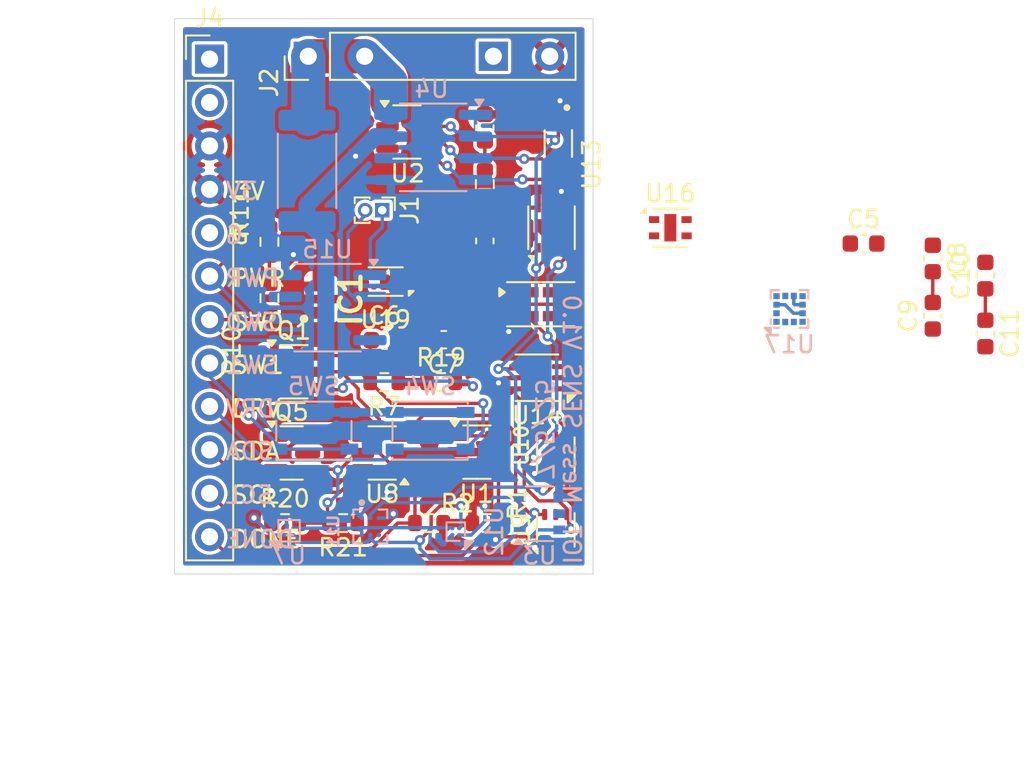
<source format=kicad_pcb>
(kicad_pcb (version 20241229) (generator "pcbnew") (generator_version "9.0")
  (layers (0 "F.Cu" signal) (2 "B.Cu" signal) (13 "F.Paste" user) (15 "B.Paste" user) (5 "F.SilkS" user "F.Silkscreen") (7 "B.SilkS" user "B.Silkscreen") (1 "F.Mask" user) (3 "B.Mask" user) (25 "Edge.Cuts" user))
  (net 0 "")
  (net 1 "GND")
  (net 2 "+3.3V")
  (net 3 "EN")
  (net 4 "ADDR")
  (net 5 "SCL_0")
  (net 6 "SDA_0")
  (net 7 "Va")
  (net 8 "DONE")
  (net 9 "LSW1")
  (net 10 "LSW0")
  (net 12 "Vb")
  (net 13 "PWR")
  (net 16 "Net-(U6-LDR)")
  (net 18 "Net-(Q5-G)")
  (net 19 "Net-(U1-DRV)")
  (net 20 "Net-(U8-A)")
  (net 24 "Net-(U13-DVI)")
  (net 27 "R_DELAY")
  (net 31 "Net-(U17-C1)")
  (net 32 "Net-(U17-Vdd_IO)")
  (net 38 "Net-(J1-Pin_1)")
  (net 39 "Net-(J1-Pin_2)")
  (footprint "Package_TO_SOT_SMD:SOT-23-8" (layer "F.Cu") (at 92.3425 69.225)
    (property "Reference" "U2")
    (property "Value" "INA219AxDCN")
  )
  (footprint "OptoDevice:Lite-On_LTR-303ALS-01" (layer "F.Cu") (at 101.05 92.500001 90)
    (property "Reference" "U9")
    (property "Value" "LTR-303ALS-01")
  )
  (footprint "Connector_PinHeader_2.54mm:PinHeader_1x12_P2.54mm_Vertical" (layer "F.Cu") (at 80.8 64.96)
    (property "Reference" "J4")
    (property "Value" "Conn_01x12_Pin")
  )
  (footprint "Resistor_SMD:R_0603_1608Metric" (layer "F.Cu") (at 93.637501 92.099999 180)
    (property "Reference" "R2")
    (property "Value" "R")
  )
  (footprint "Package_TO_SOT_SMD:SOT-23-6" (layer "F.Cu") (at 85.733504 83.250001)
    (property "Reference" "Q1")
    (property "Value" "NM8205 PFETs")
  )
  (footprint "IOT-Mess-Footprints:DFN-4L" (layer "F.Cu") (at 91.1 77.7 180)
    (property "Reference" "U19")
    (property "Value" "MTS4")
  )
  (footprint "Resistor_SMD:R_0603_1608Metric" (layer "F.Cu") (at 97.002497 92.100002)
    (property "Reference" "R1")
    (property "Value" "R")
  )
  (footprint "Resistor_SMD:R_0603_1608Metric" (layer "F.Cu") (at 96.899998 72.275001 90)
    (property "Reference" "R9" (hide yes))
    (property "Value" "5K")
  )
  (footprint "IOT-Mess-Footprints:TP_Charger" (layer "F.Cu") (at 86.5725 64.7975 90)
    (property "Reference" "J2")
    (property "Value" "TP_4056")
  )
  (footprint "Capacitor_SMD:C_0603_1608Metric" (layer "F.Cu") (at 91.04 81.4)
    (property "Reference" "C6")
    (property "Value" "0.1u")
  )
  (footprint "Capacitor_SMD:C_0603_1608Metric" (layer "F.Cu") (at 123.1 79.975 90)
    (property "Reference" "C9")
    (property "Value" "10u")
  )
  (footprint "Sensor:Avago_APDS-9960" (layer "F.Cu") (at 100.172157 79.3)
    (property "Reference" "U6" (hide yes))
    (property "Value" "APDS-9960")
  )
  (footprint "Capacitor_SMD:C_0603_1608Metric" (layer "F.Cu") (at 126.175 77.625 90)
    (property "Reference" "C10")
    (property "Value" ".1u")
  )
  (footprint "Package_TO_SOT_SMD:SOT-23" (layer "F.Cu") (at 85.6 88.000001)
    (property "Reference" "Q5")
    (property "Value" "AO3401A")
  )
  (footprint "Sensor_Humidity:Sensirion_DFN-8-1EP_2.5x2.5mm_P0.5mm_EP1.1x1.7mm" (layer "F.Cu") (at 100.8 74.825 90)
    (property "Reference" "U5" (hide yes))
    (property "Value" "SHT31-DIS")
  )
  (footprint "Resistor_SMD:R_0603_1608Metric" (layer "F.Cu") (at 84.3 78.95 90)
    (property "Reference" "R10")
    (property "Value" "10K")
  )
  (footprint "Package_TO_SOT_SMD:SOT-23-6" (layer "F.Cu") (at 90.9 88.000001 180)
    (property "Reference" "U8")
    (property "Value" "AND_Gate")
  )
  (footprint "Capacitor_SMD:C_0603_1608Metric" (layer "F.Cu") (at 123.1 76.625 -90)
    (property "Reference" "C8")
    (property "Value" ".22u")
  )
  (footprint "Capacitor_SMD:C_0603_1608Metric" (layer "F.Cu") (at 96.9 75.6 -90)
    (property "Reference" "C4" (hide yes))
    (property "Value" "1u")
  )
  (footprint "Package_DFN_QFN:AMS_QFN-4-1EP_2x2mm_P0.95mm_EP0.7x1.6mm" (layer "F.Cu") (at 107.75 74.825)
    (property "Reference" "U16")
    (property "Value" "ENS210")
  )
  (footprint "Resistor_SMD:R_0603_1608Metric" (layer "F.Cu") (at 94.343503 83.852496)
    (property "Reference" "R19")
    (property "Value" "R")
  )
  (footprint "OTP300x:SON65P200X200X65-7N" (layer "F.Cu") (at 101.05 88.095 90)
    (property "Reference" "U10")
    (property "Value" "OPT3001DNPR")
  )
  (footprint "Capacitor_SMD:C_0603_1608Metric" (layer "F.Cu") (at 96.9 68.975001 90)
    (property "Reference" "C3" (hide yes))
    (property "Value" "0.1u")
  )
  (footprint "Capacitor_SMD:C_0603_1608Metric" (layer "F.Cu") (at 94.5 81.375 180)
    (property "Reference" "C7")
    (property "Value" "0.1u")
  )
  (footprint "Resistor_SMD:R_0603_1608Metric" (layer "F.Cu") (at 84.3 75.65 90)
    (property "Reference" "R11")
    (property "Value" "10K")
  )
  (footprint "Package_TO_SOT_SMD:SOT-23-6" (layer "F.Cu") (at 96.437501 87.95)
    (property "Reference" "U1")
    (property "Value" "TPL5110")
  )
  (footprint "Capacitor_SMD:C_0603_1608Metric" (layer "F.Cu") (at 119.051992 75.751992)
    (property "Reference" "C5")
    (property "Value" "2.2uF")
  )
  (footprint "Resistor_SMD:R_0603_1608Metric" (layer "F.Cu") (at 85.212501 92.100002)
    (property "Reference" "R20")
    (property "Value" "R")
  )
  (footprint "Connector_PinHeader_1.00mm:PinHeader_1x02_P1.00mm_Vertical" (layer "F.Cu") (at 90.9 73.8 -90)
    (property "Reference" "J1")
    (property "Value" "Conn_01x02_Pin")
  )
  (footprint "Capacitor_SMD:C_0603_1608Metric" (layer "F.Cu") (at 126.175 81.01 -90)
    (property "Reference" "C11")
    (property "Value" ".1u")
  )
  (footprint "BH1750FVI-TR:XDCR_BH1750FVI-TR" (layer "F.Cu") (at 101.2 69.9 -90)
    (property "Reference" "U13")
    (property "Value" "BH1750FVI-TR")
  )
  (footprint "Resistor_SMD:R_0603_1608Metric" (layer "F.Cu") (at 91.018503 83.852496 180)
    (property "Reference" "R7")
    (property "Value" "R")
  )
  (footprint "Resistor_SMD:R_0603_1608Metric" (layer "F.Cu") (at 88.612501 92.100002 180)
    (property "Reference" "R21")
    (property "Value" "R")
  )
  (footprint "SHT40xx:SON80P150X150X59-5N" (layer "F.Cu") (at 87.45 79 90)
    (property "Reference" "IC1")
    (property "Value" "SHT40I-AD1F-R2" (hide yes))
  )
  (footprint "Package_DFN_QFN:TDFN-6-1EP_2.5x2.5mm_P0.65mm_EP1.3x2mm" (layer "F.Cu") (at 99.95 83.6 180)
    (property "Reference" "U14")
    (property "Value" "T117W")
  )
  (footprint "Package_SO:SOIC-8_3.9x4.9mm_P1.27mm" (layer "B.Cu") (at 93.88 70.125 180)
    (property "Reference" "U4")
    (property "Value" "INA219AxD")
  )
  (footprint "Button_Switch_SMD:SW_SPST_PTS810" (layer "B.Cu") (at 86.9 86.7 180)
    (property "Reference" "SW5")
    (property "Value" "SW_Push")
  )
  (footprint "Button_Switch_SMD:SW_SPST_PTS810" (layer "B.Cu") (at 93.7 86.7 180)
    (property "Reference" "SW4")
    (property "Value" "SW_Push")
  )
  (footprint "HDC2010:BGA6C100X50P2X3_HDC2010YPAR" (layer "B.Cu") (at 90.2 92.3 -90)
    (property "Reference" "U11")
    (property "Value" "HDC2010/DSBGA-6")
  )
  (footprint "Package_SO:SOIC-8_3.9x4.9mm_P1.27mm" (layer "B.Cu") (at 87.7 79.5 180)
    (property "Reference" "U15")
    (property "Value" "DS1307Z+")
  )
  (footprint "Package_SO:TSOP-6_1.65x3.05mm_P0.95mm" (layer "B.Cu") (at 100.1 91.55)
    (property "Reference" "U3")
    (property "Value" "TLV493D")
  )
  (footprint "Package_BGA:WLP-4_0.86x0.86mm_P0.4mm" (layer "B.Cu") (at 95.2 92.6 90)
    (property "Reference" "U12")
    (property "Value" "MMC5633NJL/WLP-4")
  )
  (footprint "Resistor_SMD:R_2512_6332Metric" (layer "B.Cu") (at 86.5 71.5 90)
    (property "Reference" "R4" (hide yes))
    (property "Value" "0.1R")
  )
  (footprint "IOT-Mess-Footprints:WLCSP-4_0.8x0.8mm_Layout2x2_P0.4mm" (layer "B.Cu") (at 85.45 92.55)
    (property "Reference" "U7")
    (property "Value" "QMC6309/WLCSP-4")
  )
  (footprint "Package_LGA:LGA-12_2x2mm_P0.5mm" (layer "B.Cu") (at 114.7225 79.5775)
    (property "Reference" "U17")
    (property "Value" "LIS2MDL")
  )
  (gr_rect (start 78.75 62.6) (end 103.23 95.08) (stroke (width 0.05)) (fill no) (layer "Edge.Cuts"))
  (gr_text "DONE" (at 82 93.047892 0) (layer "F.SilkS") (effects (font (size 1 1)) (justify left)))
  (gr_text "SDA" (at 81.99 87.897892 0) (layer "F.SilkS") (effects (font (size 1 1)) (justify left)))
  (gr_text "SCL" (at 81.989999 90.447892 0) (layer "F.SilkS") (effects (font (size 1 1)) (justify left)))
  (gr_text "SW1" (at 82 82.857892 0) (layer "F.SilkS") (effects (font (size 1 1)) (justify left)))
  (gr_text "DRV" (at 82 85.407892 0) (layer "F.SilkS") (effects (font (size 1 1)) (justify left)))
  (gr_text "SW0" (at 82 80.347892 0) (layer "F.SilkS") (effects (font (size 1 1)) (justify left)))
  (gr_text "3V" (at 82.123446 72.686857 0) (layer "F.SilkS") (effects (font (size 1 1)) (justify left)))
  (gr_text "PWR" (at 81.999999 77.767892 0) (layer "F.SilkS") (effects (font (size 1 1)) (justify left)))
  (gr_text "G" (at 82 75.267891 0) (layer "F.SilkS") (effects (font (size 1 1)) (justify left)))
  (gr_text "3V" (at 81.67 72.69 0) (layer "B.SilkS") (effects (font (size 1 1)) (justify right mirror)))
  (gr_text "DONE" (at 81.64 93.05 0) (layer "B.SilkS") (effects (font (size 1 1)) (justify right mirror)))
  (gr_text "DRV" (at 81.64 85.41 0) (layer "B.SilkS") (effects (font (size 1 1)) (justify right mirror)))
  (gr_text "PWR" (at 81.64 77.77 0) (layer "B.SilkS") (effects (font (size 1 1)) (justify right mirror)))
  (gr_text "G" (at 81.64 75.27 0) (layer "B.SilkS") (effects (font (size 1 1)) (justify right mirror)))
  (gr_text "IOT-Mess SENS V1.0\n7/5/25" (at 101.170023 86.624242 270) (layer "B.SilkS") (effects (font (size 1 1)) (justify mirror)))
  (gr_text "SW0" (at 81.64 80.35 0) (layer "B.SilkS") (effects (font (size 1 1)) (justify right mirror)))
  (gr_text "SDA" (at 81.65 87.9 0) (layer "B.SilkS") (effects (font (size 1 1)) (justify right mirror)))
  (gr_text "SCL" (at 81.65 90.45 0) (layer "B.SilkS") (effects (font (size 1 1)) (justify right mirror)))
  (gr_text "SW1" (at 81.64 82.86 0) (layer "B.SilkS") (effects (font (size 1 1)) (justify right mirror)))
  (segment (start 123.1 77.4) (end 123.1 79.2) (width 0.2) (layer "F.Cu") (net 1))
  (segment (start 94.462502 92.100001) (end 96.177497 92.100002) (width 0.2) (layer "F.Cu") (net 1))
  (segment (start 91.815 81.4) (end 93.7 81.4) (width 0.2) (layer "F.Cu") (net 1))
  (segment (start 93.518503 83.852496) (end 91.843503 83.852496) (width 0.2) (layer "F.Cu") (net 1))
  (segment (start 80.9 72.69) (end 81.111 72.901) (width 1) (layer "F.Cu") (net 1))
  (segment (start 93.7 81.4) (end 93.725 81.375) (width 0.2) (layer "F.Cu") (net 1))
  (via (at 96.9 91.1) (size 0.6) (drill 0.3) (layers "F.Cu" "B.Cu") (net 1))
  (via (at 91.544911 91.556925) (size 0.6) (drill 0.3) (layers "F.Cu" "B.Cu") (net 1))
  (via (at 83.4 91.8) (size 0.6) (drill 0.3) (layers "F.Cu" "B.Cu") (net 1))
  (segment (start 91.544911 91.556925) (end 91.301836 91.8) (width 0.2) (layer "B.Cu") (net 1))
  (segment (start 114.9725 79.2795) (end 115.0205 79.3275) (width 0.2) (layer "B.Cu") (net 1))
  (segment (start 115.0205 79.3275) (end 115.485 79.3275) (width 0.2) (layer "B.Cu") (net 1))
  (segment (start 96.1 92.8) (end 95.4 92.8) (width 0.2) (layer "B.Cu") (net 1))
  (segment (start 114.9725 78.815) (end 114.9725 79.2795) (width 0.2) (layer "B.Cu") (net 1))
  (segment (start 96.9 91.1) (end 97.4 90.6) (width 0.2) (layer "B.Cu") (net 1))
  (segment (start 85.3 92.8) (end 84.4 92.8) (width 0.2) (layer "B.Cu") (net 1))
  (segment (start 84.4 92.8) (end 83.4 91.8) (width 0.2) (layer "B.Cu") (net 1))
  (segment (start 97.4 90.6) (end 98.94 90.6) (width 0.2) (layer "B.Cu") (net 1))
  (segment (start 91.301836 91.8) (end 90.7 91.8) (width 0.2) (layer "B.Cu") (net 1))
  (segment (start 98.94 90.6) (end 98.94 91.55) (width 0.2) (layer "B.Cu") (net 1))
  (segment (start 96.9 92) (end 96.9 91.1) (width 0.2) (layer "B.Cu") (net 1))
  (segment (start 96.1 92.8) (end 96.9 92) (width 0.2) (layer "B.Cu") (net 1))
  (segment (start 98.717157 80.482843) (end 98.3 80.9) (width 0.2) (layer "F.Cu") (net 2))
  (segment (start 98.917157 79.3) (end 98.717157 79.499999) (width 0.2) (layer "F.Cu") (net 2))
  (segment (start 98 83.6) (end 97.7 83.9) (width 0.2) (layer "F.Cu") (net 2))
  (segment (start 99.805564 89.2) (end 99.915564 89.09) (width 0.2) (layer "F.Cu") (net 2))
  (segment (start 101.550001 73.65) (end 101.550001 72.874) (width 0.2) (layer "F.Cu") (net 2))
  (segment (start 101.7 67.8) (end 101.3 67.4) (width 0.2) (layer "F.Cu") (net 2))
  (segment (start 96.899998 73.100001) (end 96.899998 74.824998) (width 0.2) (layer "F.Cu") (net 2))
  (segment (start 101.627158 80) (end 101.627157 79.708) (width 0.2) (layer "F.Cu") (net 2))
  (segment (start 99.824265 93.524265) (end 99.948528 93.400002) (width 0.2) (layer "F.Cu") (net 2))
  (segment (start 96.899998 74.824998) (end 96.9 74.825) (width 0.2) (layer "F.Cu") (net 2))
  (segment (start 97.69147 92.9) (end 99.899998 92.9) (width 0.2) (layer "F.Cu") (net 2))
  (segment (start 85.7 76.4) (end 85.7 76.725) (width 0.2) (layer "F.Cu") (net 2))
  (segment (start 101.550001 72.874) (end 101.376001 72.7) (width 0.2) (layer "F.Cu") (net 2))
  (segment (start 98.717157 79.499999) (end 98.717157 80) (width 0.2) (layer "F.Cu") (net 2))
  (segment (start 99.948528 93.400002) (end 100.4 93.400002) (width 0.2) (layer "F.Cu") (net 2))
  (segment (start 101.627157 79.708) (end 101.219157 79.3) (width 0.2) (layer "F.Cu") (net 2))
  (segment (start 101.219157 79.3) (end 98.917157 79.3) (width 0.2) (layer "F.Cu") (net 2))
  (segment (start 126.175 78.3) (end 126.175 80.235) (width 0.2) (layer "F.Cu") (net 2))
  (segment (start 101.7 68.525) (end 101.7 67.8) (width 0.2) (layer "F.Cu") (net 2))
  (segment (start 98.700001 83.6) (end 98 83.6) (width 0.2) (layer "F.Cu") (net 2))
  (segment (start 99.915564 89.09) (end 100.4 89.09) (width 0.2) (layer "F.Cu") (net 2))
  (segment (start 99.899998 92.9) (end 100.4 93.400002) (width 0.2) (layer "F.Cu") (net 2))
  (segment (start 98.717157 80) (end 98.717157 80.482843) (width 0.2) (layer "F.Cu") (net 2))
  (segment (start 84.3 78.125) (end 84.3 76.475) (width 0.2) (layer "F.Cu") (net 2))
  (segment (start 97.523608 93.067862) (end 97.69147 92.9) (width 0.2) (layer "F.Cu") (net 2))
  (segment (start 85.7 76.725) (end 84.3 78.125) (width 0.2) (layer "F.Cu") (net 2))
  (via (at 91.174265 90.274265) (size 0.6) (drill 0.3) (layers "F.Cu" "B.Cu") (net 2))
  (via (at 97.523608 93.067862) (size 0.6) (drill 0.3) (layers "F.Cu" "B.Cu") (net 2))
  (via (at 85.7 76.4) (size 0.6) (drill 0.3) (layers "F.Cu" "B.Cu") (net 2))
  (via (at 98.3 80.9) (size 0.6) (drill 0.3) (layers "F.Cu" "B.Cu") (net 2))
  (via (at 97.7 83.9) (size 0.6) (drill 0.3) (layers "F.Cu" "B.Cu") (net 2))
  (via (at 101.3 67.4) (size 0.6) (drill 0.3) (layers "F.Cu" "B.Cu") (net 2))
  (via (at 101.376001 72.7) (size 0.6) (drill 0.3) (layers "F.Cu" "B.Cu") (net 2))
  (via (at 99.824265 93.524265) (size 0.6) (drill 0.3) (layers "F.Cu" "B.Cu") (net 2))
  (via (at 84.4 90.2) (size 0.6) (drill 0.3) (layers "F.Cu" "B.Cu") (net 2))
  (via (at 99.805564 89.2) (size 0.6) (drill 0.3) (layers "F.Cu" "B.Cu") (net 2))
  (segment (start 100.8 89.2) (end 101.26 89.66) (width 0.2) (layer "B.Cu") (net 2))
  (segment (start 84.4 90.2) (end 84.438623 90.2) (width 0.2) (layer "B.Cu") (net 2))
  (segment (start 101.26 89.66) (end 101.26 90.6) (width 0.2) (layer "B.Cu") (net 2))
  (segment (start 89.7 91.549054) (end 90.974789 90.274265) (width 0.2) (layer "B.Cu") (net 2))
  (segment (start 99.805564 89.2) (end 100.8 89.2) (width 0.2) (layer "B.Cu") (net 2))
  (segment (start 114.4534 79.3275) (end 114.9534 79.8275) (width 0.2) (layer "B.Cu") (net 2))
  (segment (start 95.2 93.3) (end 97.4 93.3) (width 0.2) (layer "B.Cu") (net 2))
  (segment (start 95 92.8) (end 95 93.1) (width 0.2) (layer "B.Cu") (net 2))
  (segment (start 90.974789 90.274265) (end 91.174265 90.274265) (width 0.2) (layer "B.Cu") (net 2))
  (segment (start 97.4 93.3) (end 97.523608 93.176392) (width 0.2) (layer "B.Cu") (net 2))
  (segment (start 89.7 91.8) (end 89.7 91.549054) (width 0.2) (layer "B.Cu") (net 2))
  (segment (start 85.3 91.061377) (end 85.3 92.4) (width 0.2) (layer "B.Cu") (net 2))
  (segment (start 84.438623 90.2) (end 85.3 91.061377) (width 0.2) (layer "B.Cu") (net 2))
  (segment (start 114.9534 79.8275) (end 115.485 79.8275) (width 0.2) (layer "B.Cu") (net 2))
  (segment (start 113.96 79.3275) (end 114.4534 79.3275) (width 0.2) (layer "B.Cu") (net 2))
  (segment (start 95 93.1) (end 95.2 93.3) (width 0.2) (layer "B.Cu") (net 2))
  (segment (start 97.523608 93.176392) (end 97.523608 93.067862) (width 0.2) (layer "B.Cu") (net 2))
  (segment (start 84.387501 92.100002) (end 84.387501 91.407501) (width 0.2) (layer "F.Cu") (net 3))
  (segment (start 84.387501 92.100002) (end 84.793749 92.100002) (width 0.2) (layer "F.Cu") (net 3))
  (segment (start 84.793749 92.100002) (end 86.593751 90.3) (width 0.2) (layer "F.Cu") (net 3))
  (segment (start 86.593751 90.3) (end 88.4125 90.3) (width 0.2) (layer "F.Cu") (net 3))
  (segment (start 84.387501 91.407501) (end 80.8 87.82) (width 0.2) (layer "F.Cu") (net 3))
  (segment (start 88.4125 90.3) (end 89.7625 88.95) (width 0.2) (layer "F.Cu") (net 3))
  (segment (start 80.8 88.052) (end 80.8 87.82) (width 0.2) (layer "B.Cu") (net 3))
  (segment (start 93.48 68.25) (end 93.48 68.9) (width 0.2) (layer "F.Cu") (net 4))
  (segment (start 101.05 89.75) (end 101.05 89.09) (width 0.2) (layer "F.Cu") (net 4))
  (segment (start 100.55 76.55) (end 100.55 76) (width 0.2) (layer "F.Cu") (net 4))
  (segment (start 101.2 69.5) (end 101.2 68.525) (width 0.2) (layer "F.Cu") (net 4))
  (segment (start 100.3 90.2) (end 100.6 90.2) (width 0.2) (layer "F.Cu") (net 4))
  (segment (start 97.7 83.080385) (end 98.569615 83.080385) (width 0.2) (layer "F.Cu") (net 4))
  (segment (start 101 69.7) (end 101.2 69.5) (width 0.2) (layer "F.Cu") (net 4))
  (segment (start 100.6 90.2) (end 101.05 89.75) (width 0.2) (layer "F.Cu") (net 4))
  (segment (start 94.9 68.9) (end 93.48 68.9) (width 0.2) (layer "F.Cu") (net 4))
  (segment (start 99.9 77.2) (end 100.55 76.55) (width 0.2) (layer "F.Cu") (net 4))
  (segment (start 98.569615 83.080385) (end 98.7 82.95) (width 0.2) (layer "F.Cu") (net 4))
  (via (at 100.3 90.2) (size 0.6) (drill 0.3) (layers "F.Cu" "B.Cu") (net 4))
  (via (at 97.7 83.080385) (size 0.6) (drill 0.3) (layers "F.Cu" "B.Cu") (net 4))
  (via (at 99.9 77.2) (size 0.6) (drill 0.3) (layers "F.Cu" "B.Cu") (net 4))
  (via (at 101 69.7) (size 0.6) (drill 0.3) (layers "F.Cu" "B.Cu") (net 4))
  (via (at 94.9 68.9) (size 0.6) (drill 0.3) (layers "F.Cu" "B.Cu") (net 4))
  (segment (start 96.09 69.225) (end 96.355 69.49) (width 0.2) (layer "B.Cu") (net 4))
  (segment (start 98.130328 83.080385) (end 98.701 83.651057) (width 0.2) (layer "B.Cu") (net 4))
  (segment (start 95.6 90) (end 94.7 90.9) (width 0.2) (layer "B.Cu") (net 4))
  (segment (start 94.9 68.9) (end 95.225 69.225) (width 0.2) (layer "B.Cu") (net 4))
  (segment (start 96.355 68.22) (end 96.355 69.49) (width 0.2) (layer "B.Cu") (net 4))
  (segment (start 99.9 70.8) (end 101 69.7) (width 0.2) (layer "B.Cu") (net 4))
  (segment (start 100.79 69.49) (end 101 69.7) (width 0.2) (layer "B.Cu") (net 4))
  (segment (start 100.3 90.2) (end 99.955621 90.2) (width 0.2) (layer "B.Cu") (net 4))
  (segment (start 90.2 91.616154) (end 90.2 91.800001) (width 0.2) (layer "B.Cu") (net 4))
  (segment (start 97.7 83.080385) (end 99.9 80.880385) (width 0.2) (layer "B.Cu") (net 4))
  (segment (start 90.916154 90.9) (end 90.2 91.616154) (width 0.2) (layer "B.Cu") (net 4))
  (segment (start 100.3 90.2) (end 100.1 90) (width 0.2) (layer "B.Cu") (net 4))
  (segment (start 99.9 80.880385) (end 99.9 77.2) (width 0.2) (layer "B.Cu") (net 4))
  (segment (start 97.7 83.080385) (end 98.130328 83.080385) (width 0.2) (layer "B.Cu") (net 4))
  (segment (start 99.9 77.2) (end 99.9 70.8) (width 0.2) (layer "B.Cu") (net 4))
  (segment (start 100.1 90) (end 95.6 90) (width 0.2) (layer "B.Cu") (net 4))
  (segment (start 94.7 90.9) (end 90.916154 90.9) (width 0.2) (layer "B.Cu") (net 4))
  (segment (start 95.225 69.225) (end 96.09 69.225) (width 0.2) (layer "B.Cu") (net 4))
  (segment (start 98.701 88.945379) (end 98.701 83.651057) (width 0.2) (layer "B.Cu") (net 4))
  (segment (start 96.355 69.49) (end 100.79 69.49) (width 0.2) (layer "B.Cu") (net 4))
  (segment (start 99.955621 90.2) (end 98.701 88.945379) (width 0.2) (layer "B.Cu") (net 4))
  (segment (start 101.550001 76.649999) (end 101.550001 76) (width 0.2) (layer "F.Cu") (net 5))
  (segment (start 101.976001 75.574) (end 101.976001 71.551001) (width 0.2) (layer "F.Cu") (net 5))
  (segment (start 101.8 92.1) (end 101.8 91.7) (width 0.2) (layer "F.Cu") (net 5))
  (segment (start 101.933404 92.433404) (end 101.933404 92.233404) (width 0.2) (layer "F.Cu") (net 5))
  (segment (start 100.051057 90.801) (end 99.204564 89.954507) (width 0.2) (layer "F.Cu") (net 5))
  (segment (start 101.8 91.7) (end 101.7 91.6) (width 0.2) (layer "F.Cu") (net 5))
  (segment (start 99.1 72) (end 101.3 72) (width 0.2) (layer "F.Cu") (net 5))
  (segment (start 83.635 74.825) (end 84.3 74.825) (width 0.2) (layer "F.Cu") (net 5))
  (segment (start 101.225999 90.801) (end 100.051057 90.801) (width 0.2) (layer "F.Cu") (net 5))
  (segment (start 99.204564 89.954507) (end 99.204564 88.794022) (width 0.2) (layer "F.Cu") (net 5))
  (segment (start 94.273436 91.1) (end 95.5 91.1) (width 0.2) (layer "F.Cu") (net 5))
  (segment (start 100.571157 81.176) (end 99.687157 80.292) (width 0.2) (layer "F.Cu") (net 5))
  (segment (start 101.7 91.6) (end 101.7 91.275001) (width 0.2) (layer "F.Cu") (net 5))
  (segment (start 101.3 72) (end 101.7 71.6) (width 0.2) (layer "F.Cu") (net 5))
  (segment (start 101.1 86) (end 101.1 84.35) (width 0.2) (layer "F.Cu") (net 5))
  (segment (start 99.687157 80.292) (end 99.687157 80) (width 0.2) (layer "F.Cu") (net 5))
  (segment (start 101.7 87.1) (end 101.7 86.6) (width 0.2) (layer "F.Cu") (net 5))
  (segment (start 93.761501 92.438499) (end 93.761501 91.611935) (width 0.2) (layer "F.Cu") (net 5))
  (segment (start 101.550001 76) (end 101.976001 75.574) (width 0.2) (layer "F.Cu") (net 5))
  (segment (start 101.7 71.6) (end 101.7 71.275) (width 0.2) (layer "F.Cu") (net 5))
  (segment (start 101.7 91.275001) (end 101.225999 90.801) (width 0.2) (layer "F.Cu") (net 5))
  (segment (start 101.7 86.6) (end 101.1 86) (width 0.2) (layer "F.Cu") (net 5))
  (segment (start 93.761501 91.611935) (end 94.273436 91.1) (width 0.2) (layer "F.Cu") (net 5))
  (segment (start 99.204564 88.794022) (end 99.749293 88.249293) (width 0.2) (layer "F.Cu") (net 5))
  (segment (start 101.976001 71.551001) (end 101.7 71.275) (width 0.2) (layer "F.Cu") (net 5))
  (segment (start 101.2 77) (end 101.550001 76.649999) (width 0.2) (layer "F.Cu") (net 5))
  (segment (start 94.7 71.2) (end 94.48 71.2) (width 0.2) (layer "F.Cu") (net 5))
  (segment (start 80.8 77.66) (end 83.635 74.825) (width 0.2) (layer "F.Cu") (net 5))
  (segment (start 94.48 71.2) (end 93.48 70.2) (width 0.2) (layer "F.Cu") (net 5))
  (segment (start 101.933404 92.233404) (end 101.8 92.1) (width 0.2) (layer "F.Cu") (net 5))
  (segment (start 93.1 93.1) (end 93.761501 92.438499) (width 0.2) (layer "F.Cu") (net 5))
  (via (at 101.1 86) (size 0.6) (drill 0.3) (layers "F.Cu" "B.Cu") (net 5))
  (via (at 101.933404 92.433404) (size 0.6) (drill 0.3) (layers "F.Cu" "B.Cu") (net 5))
  (via (at 99.749293 88.249293) (size 0.6) (drill 0.3) (layers "F.Cu" "B.Cu") (net 5))
  (via (at 99.1 72) (size 0.6) (drill 0.3) (layers "F.Cu" "B.Cu") (net 5))
  (via (at 100.571157 81.176) (size 0.6) (drill 0.3) (layers "F.Cu" "B.Cu") (net 5))
  (via (at 94.7 71.2) (size 0.6) (drill 0.3) (layers "F.Cu" "B.Cu") (net 5))
  (via (at 95.5 91.1) (size 0.6) (drill 0.3) (layers "F.Cu" "B.Cu") (net 5))
  (via (at 101.2 77) (size 0.6) (drill 0.3) (layers "F.Cu" "B.Cu") (net 5))
  (via (at 93.1 93.1) (size 0.6) (drill 0.3) (layers "F.Cu" "B.Cu") (net 5))
  (segment (start 101.933404 92.433404) (end 101.866809 92.5) (width 0.2) (layer "B.Cu") (net 5))
  (segment (start 96.25 71.925) (end 96.355 72.03) (width 0.2) (layer "B.Cu") (net 5))
  (segment (start 95.425 71.925) (end 96.25 71.925) (width 0.2) (layer "B.Cu") (net 5))
  (segment (start 92.969 93.231) (end 93.1 93.1) (width 0.2) (layer "B.Cu") (net 5))
  (segment (start 86.131 93.231) (end 89.952846 93.231) (width 0.2) (layer "B.Cu") (net 5))
  (segment (start 90.721473 93.231) (end 90.447154 93.231) (width 0.2) (layer "B.Cu") (net 5))
  (segment (start 99.749293 87.950707) (end 99.749293 88.249293) (width 0.2) (layer "B.Cu") (net 5))
  (segment (start 100 92.5) (end 98.321 94.179) (width 0.2) (layer "B.Cu") (net 5))
  (segment (start 89.952846 93.231) (end 90.2 92.983846) (width 0.2) (layer "B.Cu") (net 5))
  (segment (start 99.07 72.03) (end 99.1 72) (width 0.2) (layer "B.Cu") (net 5))
  (segment (start 96.355 72.03) (end 99.07 72.03) (width 0.2) (layer "B.Cu") (net 5))
  (segment (start 90.447154 93.231) (end 90.2 92.983846) (width 0.2) (layer "B.Cu") (net 5))
  (segment (start 100.571157 77.628843) (end 101.2 77) (width 0.2) (layer "B.Cu") (net 5))
  (segment (start 101.1 86.6) (end 99.749293 87.950707) (width 0.2) (layer "B.Cu") (net 5))
  (segment (start 101.26 92.5) (end 100 92.5) (width 0.2) (layer "B.Cu") (net 5))
  (segment (start 101.1 86) (end 101.1 86.6) (width 0.2) (layer "B.Cu") (net 5))
  (segment (start 90.2 92.983846) (end 90.2 92.799999) (width 0.2) (layer "B.Cu") (net 5))
  (segment (start 101.1 81.704843) (end 100.571157 81.176) (width 0.2) (layer "B.Cu") (net 5))
  (segment (start 101.1 86) (end 101.1 81.704843) (width 0.2) (layer "B.Cu") (net 5))
  (segment (start 100.571157 81.176) (end 100.571157 77.628843) (width 0.2) (layer "B.Cu") (net 5))
  (segment (start 85.7 92.8) (end 86.131 93.231) (width 0.2) (layer "B.Cu") (net 5))
  (segment (start 101.866809 92.5) (end 101.26 92.5) (width 0.2) (layer "B.Cu") (net 5))
  (segment (start 93.1 93.6) (end 93.1 93.1) (width 0.2) (layer "B.Cu") (net 5))
  (segment (start 93.679 94.179) (end 93.1 93.6) (width 0.2) (layer "B.Cu") (net 5))
  (segment (start 94.7 71.2) (end 95.425 71.925) (width 0.2) (layer "B.Cu") (net 5))
  (segment (start 95.5 91.1) (end 95.5 92.3) (width 0.2) (layer "B.Cu") (net 5))
  (segment (start 80.8 77.66) (end 83.275 80.135) (width 0.2) (layer "B.Cu") (net 5))
  (segment (start 98.321 94.179) (end 93.679 94.179) (width 0.2) (layer "B.Cu") (net 5))
  (segment (start 90.721473 93.231) (end 92.969 93.231) (width 0.2) (layer "B.Cu") (net 5))
  (segment (start 83.275 80.135) (end 85.225 80.135) (width 0.2) (layer "B.Cu") (net 5))
  (segment (start 95.5 92.3) (end 95.4 92.4) (width 0.2) (layer "B.Cu") (net 5))
  (segment (start 100.225 70.8) (end 100.7 71.275) (width 0.2) (layer "F.Cu") (net 6))
  (segment (start 80.8 80.2) (end 83.875 80.2) (width 0.2) (layer "F.Cu") (net 6))
  (segment (start 99.8 91.5) (end 99.9 91.6) (width 0.2) (layer "F.Cu") (net 6))
  (segment (start 98.7 90.709998) (end 98.7 88.450057) (width 0.2) (layer "F.Cu") (net 6))
  (segment (start 98.7 78.6) (end 98.717157 78.6) (width 0.2) (layer "F.Cu") (net 6))
  (segment (start 97.1 84.149943) (end 97.1 80.2) (width 0.2) (layer "F.Cu") (net 6))
  (segment (start 99.8 91.5) (end 99.490002 91.5) (width 0.2) (layer "F.Cu") (net 6))
  (segment (start 98.7 88.450057) (end 100.050057 87.1) (width 0.2) (layer "F.Cu") (net 6))
  (segment (start 98.717157 78.6) (end 98.717157 77.332842) (width 0.2) (layer "F.Cu") (net 6))
  (segment (start 100.4 85.3) (end 99.398 85.3) (width 0.2) (layer "F.Cu") (net 6))
  (segment (start 98.7 84.602) (end 98.7 84.25) (width 0.2) (layer "F.Cu") (net 6))
  (segment (start 99.490002 91.5) (end 98.7 90.709998) (width 0.2) (layer "F.Cu") (net 6))
  (segment (start 98.7 84.25) (end 98.449 84.501) (width 0.2) (layer "F.Cu") (net 6))
  (segment (start 97.451057 84.501) (end 97.1 84.149943) (width 0.2) (layer "F.Cu") (net 6))
  (segment (start 100.050057 87.1) (end 100.4 87.1) (width 0.2) (layer "F.Cu") (net 6))
  (segment (start 97.1 80.2) (end 98.7 78.6) (width 0.2) (layer "F.Cu") (net 6))
  (segment (start 99.2 70.8) (end 100.225 70.8) (width 0.2) (layer "F.Cu") (net 6))
  (segment (start 98.717157 77.332842) (end 100.049999 76) (width 0.2) (layer "F.Cu") (net 6))
  (segment (start 94.142499 69.55) (end 93.48 69.55) (width 0.2) (layer "F.Cu") (net 6))
  (segment (start 94.88 70.287501) (end 94.142499 69.55) (width 0.2) (layer "F.Cu") (net 6))
  (segment (start 99.398 85.3) (end 98.7 84.602) (width 0.2) (layer "F.Cu") (net 6))
  (segment (start 99.9 91.6) (end 100.4 91.6) (width 0.2) (layer "F.Cu") (net 6))
  (segment (start 100.4 87.1) (end 100.4 85.3) (width 0.2) (layer "F.Cu") (net 6))
  (segment (start 83.875 80.2) (end 84.3 79.775) (width 0.2) (layer "F.Cu") (net 6))
  (segment (start 98.449 84.501) (end 97.451057 84.501) (width 0.2) (layer "F.Cu") (net 6))
  (via (at 99.2 70.8) (size 0.6) (drill 0.3) (layers "F.Cu" "B.Cu") (net 6))
  (via (at 99.8 91.5) (size 0.6) (drill 0.3) (layers "F.Cu" "B.Cu") (net 6))
  (via (at 94.88 70.287501) (size 0.6) (drill 0.3) (layers "F.Cu" "B.Cu") (net 6))
  (segment (start 94.228057 93.778) (end 93.701 93.250943) (width 0.2) (layer "B.Cu") (net 6))
  (segment (start 95 92.4) (end 94.968999 92.368999) (width 0.2) (layer "B.Cu") (net 6))
  (segment (start 94 92.368999) (end 93.6 92.368999) (width 0.2) (layer "B.Cu") (net 6))
  (segment (start 93.701 92.469999) (end 93.6 92.368999) (width 0.2) (layer "B.Cu") (net 6))
  (segment (start 99.16 70.76) (end 99.2 70.8) (width 0.2) (layer "B.Cu") (net 6))
  (segment (start 89.531001 92.368999) (end 89.5 92.4) (width 0.2) (layer "B.Cu") (net 6))
  (segment (start 95.317499 70.725) (end 96.32 70.725) (width 0.2) (layer "B.Cu") (net 6))
  (segment (start 98.94 92.5) (end 99.035 92.5) (width 0.2) (layer "B.Cu") (net 6))
  (segment (start 97.662 93.778) (end 94.228057 93.778) (width 0.2) (layer "B.Cu") (net 6))
  (segment (start 94.968999 92.368999) (end 94 92.368999) (width 0.2) (layer "B.Cu") (net 6))
  (segment (start 99.8 91.735) (end 99.8 91.5) (width 0.2) (layer "B.Cu") (net 6))
  (segment (start 89.5 92.4) (end 89.7 92.6) (width 0.2) (layer "B.Cu") (net 6))
  (segment (start 94.88 70.287501) (end 95.317499 70.725) (width 0.2) (layer "B.Cu") (net 6))
  (segment (start 96.32 70.725) (end 96.355 70.76) (width 0.2) (layer "B.Cu") (net 6))
  (segment (start 93.701 93.250943) (end 93.701 92.469999) (width 0.2) (layer "B.Cu") (net 6))
  (segment (start 93.6 92.368999) (end 89.531001 92.368999) (width 0.2) (layer "B.Cu") (net 6))
  (segment (start 99.035 92.5) (end 99.8 91.735) (width 0.2) (layer "B.Cu") (net 6))
  (segment (start 80.8 80.2) (end 82.005 81.405) (width 0.2) (layer "B.Cu") (net 6))
  (segment (start 89.5 92.4) (end 85.7 92.4) (width 0.2) (layer "B.Cu") (net 6))
  (segment (start 98.94 92.5) (end 97.662 93.778) (width 0.2) (layer "B.Cu") (net 6))
  (segment (start 96.355 70.76) (end 99.16 70.76) (width 0.2) (layer "B.Cu") (net 6))
  (segment (start 82.005 81.405) (end 85.225 81.405) (width 0.2) (layer "B.Cu") (net 6))
  (segment (start 89.7 92.6) (end 89.7 92.8) (width 0.2) (layer "B.Cu") (net 6))
  (segment (start 91.205 66.130001) (end 91.205 67.499) (width 2) (layer "F.Cu") (net 7))
  (segment (start 89.872499 64.7975) (end 86.5725 64.7975) (width 2) (layer "F.Cu") (net 7))
  (segment (start 89.872499 64.7975) (end 91.205 66.130001) (width 2) (layer "F.Cu") (net 7))
  (segment (start 91.4 66.325001) (end 91.4 67.8) (width 2) (layer "B.Cu") (net 7))
  (segment (start 86.5725 64.7975) (end 86.5725 68.465) (width 2) (layer "B.Cu") (net 7))
  (segment (start 89.872499 64.7975) (end 91.4 66.325001) (width 2) (layer "B.Cu") (net 7))
  (segment (start 97.499998 92.100002) (end 95.6 94) (width 0.2) (layer "F.Cu") (net 8))
  (segment (start 80.8 92.9) (end 81.9 94) (width 0.2) (layer "F.Cu") (net 8))
  (segment (start 81.9 94) (end 95.6 94) (width 0.2) (layer "F.Cu") (net 8))
  (segment (start 97.7 91.972502) (end 97.7 89.025) (width 0.2) (layer "F.Cu") (net 8))
  (segment (start 97.827497 92.100002) (end 97.499998 92.100002) (width 0.2) (layer "F.Cu") (net 8))
  (segment (start 97.7 89.025) (end 97.575 88.9) (width 0.2) (layer "F.Cu") (net 8))
  (segment (start 97.827498 92.1) (end 97.7 91.972502) (width 0.2) (layer "F.Cu") (net 8))
  (segment (start 88.501 84.3) (end 87.323501 84.3) (width 0.2) (layer "F.Cu") (net 9))
  (segment (start 96.1 84) (end 95.316007 84) (width 0.2) (layer "F.Cu") (net 9))
  (segment (start 86.871004 84.2) (end 86.171004 84.9) (width 0.2) (layer "F.Cu") (net 9))
  (segment (start 88.601 84.2) (end 88.501 84.3) (width 0.2) (layer "F.Cu") (net 9))
  (segment (start 87.223501 84.2) (end 86.871004 84.2) (width 0.2) (layer "F.Cu") (net 9))
  (segment (start 95.316007 84) (end 95.168503 83.852496) (width 0.2) (layer "F.Cu") (net 9))
  (segment (start 95.168503 83.852496) (end 95.168503 81.481497) (width 0.2) (layer "F.Cu") (net 9))
  (segment (start 95.168503 81.481497) (end 95.275 81.375) (width 0.2) (layer "F.Cu") (net 9))
  (segment (start 96.2 84.1) (end 96.1 84) (width 0.2) (layer "F.Cu") (net 9))
  (segment (start 84 84.9) (end 83.0875 85.8125) (width 0.2) (layer "F.Cu") (net 9))
  (segment (start 86.171004 84.9) (end 84 84.9) (width 0.2) (layer "F.Cu") (net 9))
  (segment (start 87.323501 84.3) (end 87.223501 84.2) (width 0.2) (layer "F.Cu") (net 9))
  (via (at 96.2 84.1) (size 0.6) (drill 0.3) (layers "F.Cu" "B.Cu") (net 9))
  (via (at 88.601 84.2) (size 0.6) (drill 0.3) (layers "F.Cu" "B.Cu") (net 9))
  (via (at 83.0875 85.8125) (size 0.6) (drill 0.3) (layers "F.Cu" "B.Cu") (net 9))
  (segment (start 84.825 87.55) (end 83.0875 85.8125) (width 0.2) (layer "B.Cu") (net 9))
  (segment (start 95.9 83.8) (end 96.2 84.1) (width 0.2) (layer "B.Cu") (net 9))
  (segment (start 88.601 84.2) (end 88.601 83.999) (width 0.2) (layer "B.Cu") (net 9))
  (segment (start 88.771004 83.8) (end 88.8 83.8) (width 0.2) (layer "B.Cu") (net 9))
  (segment (start 88.975 87.775) (end 84.825 87.775) (width 0.2) (layer "B.Cu") (net 9))
  (segment (start 83.0875 85.8125) (end 80.8 83.525) (width 0.2) (layer "B.Cu") (net 9))
  (segment (start 88.8 83.8) (end 95.9 83.8) (width 0.2) (layer "B.Cu") (net 9))
  (segment (start 88.601 83.999) (end 88.8 83.8) (width 0.2) (layer "B.Cu") (net 9))
  (segment (start 80.8 83.525) (end 80.8 82.74) (width 0.2) (layer "B.Cu") (net 9))
  (segment (start 91.441007 85.1) (end 96.8 85.1) (width 0.2) (layer "F.Cu") (net 10))
  (segment (start 88.641009 82.300002) (end 90.193503 83.852496) (width 0.2) (layer "F.Cu") (net 10))
  (segment (start 90.045999 84) (end 90.193503 83.852496) (width 0.2) (layer "F.Cu") (net 10))
  (segment (start 86.871004 82.300002) (end 88.641009 82.300002) (width 0.2) (layer "F.Cu") (net 10))
  (segment (start 90.193503 83.852496) (end 90.193503 81.471497) (width 0.2) (layer "F.Cu") (net 10))
  (segment (start 90.193503 83.852496) (end 91.441007 85.1) (width 0.2) (layer "F.Cu") (net 10))
  (segment (start 90.193503 81.471497) (end 90.265 81.4) (width 0.2) (layer "F.Cu") (net 10))
  (via (at 96.8 85.1) (size 0.6) (drill 0.3) (layers "F.Cu" "B.Cu") (net 10))
  (segment (start 96.8 85.1) (end 96.8 86.75) (width 0.2) (layer "B.Cu") (net 10))
  (segment (start 91.625 87.775) (end 90.999 88.401) (width 0.2) (layer "B.Cu") (net 10))
  (segment (start 90.999 88.401) (end 83.999 88.401) (width 0.2) (layer "B.Cu") (net 10))
  (segment (start 80.878 85.28) (end 80.8 85.28) (width 0.2) (layer "B.Cu") (net 10))
  (segment (start 83.999 88.401) (end 80.878 85.28) (width 0.2) (layer "B.Cu") (net 10))
  (segment (start 96.8 86.75) (end 95.775 87.775) (width 0.2) (layer "B.Cu") (net 10))
  (segment (start 95.775 87.775) (end 91.625 87.775) (width 0.2) (layer "B.Cu") (net 10))
  (segment (start 89.408032 87.999999) (end 89.7625 88.000001) (width 0.2) (layer "F.Cu") (net 12))
  (segment (start 84.6625 88.950001) (end 88.458032 88.950001) (width 0.2) (layer "F.Cu") (net 12))
  (segment (start 95.300001 87.000001) (end 97.575001 87.000001) (width 0.2) (layer "F.Cu") (net 12))
  (segment (start 87.7 92.012501) (end 87.787501 92.100002) (width 0.2) (layer "F.Cu") (net 12))
  (segment (start 86.037501 92.100002) (end 87.787501 92.100002) (width 0.2) (layer "F.Cu") (net 12))
  (segment (start 88.458032 88.950001) (end 89.408032 87.999999) (width 0.2) (layer "F.Cu") (net 12))
  (segment (start 87.7 90.9) (end 87.7 92.012501) (width 0.2) (layer "F.Cu") (net 12))
  (via (at 88.3 89.001) (size 0.6) (drill 0.3) (layers "F.Cu" "B.Cu") (net 12))
  (via (at 87.7 90.9) (size 0.6) (drill 0.3) (layers "F.Cu" "B.Cu") (net 12))
  (via (at 89.341174 70.641174) (size 0.6) (drill 0.3) (layers "F.Cu" "B.Cu") (net 12))
  (segment (start 87.8 90.9) (end 88.3 90.4) (width 0.2) (layer "B.Cu") (net 12))
  (segment (start 87.7 90.9) (end 87.8 90.9) (width 0.2) (layer "B.Cu") (net 12))
  (segment (start 90.481348 69.501) (end 91.405 69.501) (width 1) (layer "B.Cu") (net 12))
  (segment (start 95.775 85.625) (end 84.825 85.625) (width 0.5) (layer "B.Cu") (net 12))
  (segment (start 86.5 73.482348) (end 86.5 74.4625) (width 1) (layer "B.Cu") (net 12))
  (segment (start 87.601 75.5635) (end 87.601 85.625) (width 1) (layer "B.Cu") (net 12))
  (segment (start 87.601 85.625) (end 84.825 85.625) (width 1) (layer "B.Cu") (net 12))
  (segment (start 89.341174 70.641174) (end 90.481348 69.501) (width 1) (layer "B.Cu") (net 12))
  (segment (start 86.5 74.4625) (end 87.601 75.5635) (width 1) (layer "B.Cu") (net 12))
  (segment (start 89.341174 70.641174) (end 86.5 73.482348) (width 1) (layer "B.Cu") (net 12))
  (segment (start 88.3 90.4) (end 88.3 89.001) (width 0.2) (layer "B.Cu") (net 12))
  (segment (start 101.627158 78.6) (end 100.657158 78.6) (width 0.2) (layer "F.Cu") (net 16))
  (segment (start 85.2125 86.5) (end 89.212497 86.5) (width 0.2) (layer "F.Cu") (net 18))
  (segment (start 84.6625 87.05) (end 85.2125 86.5) (width 0.2) (layer "F.Cu") (net 18))
  (segment (start 89.212497 86.5) (end 89.7625 87.050003) (width 0.2) (layer "F.Cu") (net 18))
  (segment (start 93.287503 85.8) (end 92.0375 87.050003) (width 0.2) (layer "F.Cu") (net 19))
  (segment (start 98.538499 87.340969) (end 98.538501 86.659033) (width 0.2) (layer "F.Cu") (net 19))
  (segment (start 97.679468 85.8) (end 93.287503 85.8) (width 0.2) (layer "F.Cu") (net 19))
  (segment (start 97.92947 87.949999) (end 98.538499 87.340969) (width 0.2) (layer "F.Cu") (net 19))
  (segment (start 97.575001 87.95) (end 97.92947 87.949999) (width 0.2) (layer "F.Cu") (net 19))
  (segment (start 98.538501 86.659033) (end 97.679468 85.8) (width 0.2) (layer "F.Cu") (net 19))
  (segment (start 97.220532 87.95) (end 97.575001 87.95) (width 0.2) (layer "F.Cu") (net 19))
  (segment (start 92.0375 87.050002) (end 92.699999 87.050002) (width 0.2) (layer "F.Cu") (net 19))
  (segment (start 91.683031 88.950001) (end 92.0375 88.950001) (width 0.2) (layer "F.Cu") (net 20))
  (segment (start 85.7 83.250001) (end 86.871004 83.250001) (width 0.2) (layer "F.Cu") (net 20))
  (segment (start 89.492503 84.24156) (end 89.492503 84.792503) (width 0.2) (layer "F.Cu") (net 20))
  (segment (start 89.437502 92.1) (end 89.437502 91.162498) (width 0.2) (layer "F.Cu") (net 20))
  (segment (start 88.500944 83.250001) (end 89.492503 84.24156) (width 0.2) (layer "F.Cu") (net 20))
  (segment (start 84.596004 83.250001) (end 85.7 83.250001) (width 0.2) (layer "F.Cu") (net 20))
  (segment (start 86.871004 83.250001) (end 88.500944 83.250001) (width 0.2) (layer "F.Cu") (net 20))
  (segment (start 89.492503 84.792503) (end 90.726 86.026) (width 0.2) (layer "F.Cu") (net 20))
  (segment (start 90.726 87.992968) (end 91.683031 88.950001) (width 0.2) (layer "F.Cu") (net 20))
  (segment (start 89.437502 91.162498) (end 91.65 88.95) (width 0.2) (layer "F.Cu") (net 20))
  (segment (start 91.65 88.95) (end 92.037502 88.95) (width 0.2) (layer "F.Cu") (net 20))
  (segment (start 90.726 86.026) (end 90.726 87.992968) (width 0.2) (layer "F.Cu") (net 20))
  (segment (start 96.9 69.750001) (end 96.9 71.449999) (width 0.2) (layer "F.Cu") (net 24))
  (segment (start 92.812501 92.099999) (end 92.812501 90.587499) (width 0.2) (layer "F.Cu") (net 27))
  (segment (start 90.301 93.599) (end 84.039 93.599) (width 0.2) (layer "F.Cu") (net 27))
  (segment (start 92.812501 92.099999) (end 91.800001 92.099999) (width 0.2) (layer "F.Cu") (net 27))
  (segment (start 91.800001 92.099999) (end 90.301 93.599) (width 0.2) (layer "F.Cu") (net 27))
  (segment (start 94.5 88.9) (end 95.3 88.9) (width 0.2) (layer "F.Cu") (net 27))
  (segment (start 84.039 93.599) (end 80.8 90.36) (width 0.2) (layer "F.Cu") (net 27))
  (segment (start 92.812501 90.587499) (end 94.5 88.9) (width 0.2) (layer "F.Cu") (net 27))
  (segment (start 90.2 77.57) (end 90.175 77.595) (width 0.2) (layer "B.Cu") (net 38))
  (segment (start 90.2 75.5) (end 90.9 74.8) (width 0.2) (layer "B.Cu") (net 38))
  (segment (start 90.2 75.5) (end 90.2 77.57) (width 0.2) (layer "B.Cu") (net 38))
  (segment (start 90.9 74.8) (end 90.9 73.8) (width 0.2) (layer "B.Cu") (net 38))
  (segment (start 90.175 78.865) (end 89.200001 78.865) (width 0.2) (layer "B.Cu") (net 39))
  (segment (start 89.9 74.1) (end 89.9 73.8) (width 0.2) (layer "B.Cu") (net 39))
  (segment (start 88.899 75.101) (end 89.9 74.1) (width 0.2) (layer "B.Cu") (net 39))
  (segment (start 89.200001 78.865) (end 88.899 78.563999) (width 0.2) (layer "B.Cu") (net 39))
  (segment (start 88.899 78.563999) (end 88.899 75.101) (width 0.2) (layer "B.Cu") (net 39))
  (zone (net 1) (net_name "GND") (layer "F.Cu") (connect_pads (clearance 0.2)) (min_thickness 0.25) (fill yes (thermal_gap 0.5) (thermal_bridge_width 0.5))
    (polygon (pts (xy 78.9 62.6) (xy 103.3 62.6) (xy 103.3 95.1) (xy 78.9 95.1)))
  )
  (zone (net 2) (net_name "+3.3V") (layer "B.Cu") (priority 1) (connect_pads (clearance 0.2)) (min_thickness 0.25) (fill yes (thermal_gap 0.5) (thermal_bridge_width 0.5))
    (polygon (pts (xy 78.8 62.6) (xy 103.2 62.6) (xy 103.2 95.1) (xy 78.8 95.1)))
  )
)
</source>
